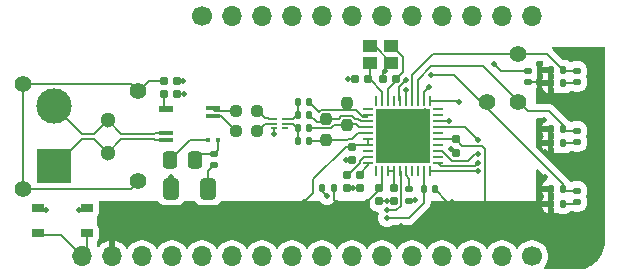
<source format=gbr>
%TF.GenerationSoftware,KiCad,Pcbnew,7.0.7*%
%TF.CreationDate,2023-08-17T11:34:17-04:00*%
%TF.ProjectId,adin1110-featherwing,6164696e-3131-4313-902d-666561746865,rev?*%
%TF.SameCoordinates,Original*%
%TF.FileFunction,Copper,L1,Top*%
%TF.FilePolarity,Positive*%
%FSLAX46Y46*%
G04 Gerber Fmt 4.6, Leading zero omitted, Abs format (unit mm)*
G04 Created by KiCad (PCBNEW 7.0.7) date 2023-08-17 11:34:17*
%MOMM*%
%LPD*%
G01*
G04 APERTURE LIST*
G04 Aperture macros list*
%AMRoundRect*
0 Rectangle with rounded corners*
0 $1 Rounding radius*
0 $2 $3 $4 $5 $6 $7 $8 $9 X,Y pos of 4 corners*
0 Add a 4 corners polygon primitive as box body*
4,1,4,$2,$3,$4,$5,$6,$7,$8,$9,$2,$3,0*
0 Add four circle primitives for the rounded corners*
1,1,$1+$1,$2,$3*
1,1,$1+$1,$4,$5*
1,1,$1+$1,$6,$7*
1,1,$1+$1,$8,$9*
0 Add four rect primitives between the rounded corners*
20,1,$1+$1,$2,$3,$4,$5,0*
20,1,$1+$1,$4,$5,$6,$7,0*
20,1,$1+$1,$6,$7,$8,$9,0*
20,1,$1+$1,$8,$9,$2,$3,0*%
G04 Aperture macros list end*
%TA.AperFunction,ComponentPad*%
%ADD10C,1.400000*%
%TD*%
%TA.AperFunction,SMDPad,CuDef*%
%ADD11RoundRect,0.155000X-0.212500X-0.155000X0.212500X-0.155000X0.212500X0.155000X-0.212500X0.155000X0*%
%TD*%
%TA.AperFunction,SMDPad,CuDef*%
%ADD12RoundRect,0.237500X0.250000X0.237500X-0.250000X0.237500X-0.250000X-0.237500X0.250000X-0.237500X0*%
%TD*%
%TA.AperFunction,ComponentPad*%
%ADD13R,3.000000X3.000000*%
%TD*%
%TA.AperFunction,ComponentPad*%
%ADD14C,3.000000*%
%TD*%
%TA.AperFunction,SMDPad,CuDef*%
%ADD15RoundRect,0.147500X0.147500X0.172500X-0.147500X0.172500X-0.147500X-0.172500X0.147500X-0.172500X0*%
%TD*%
%TA.AperFunction,SMDPad,CuDef*%
%ADD16RoundRect,0.250000X0.337500X0.475000X-0.337500X0.475000X-0.337500X-0.475000X0.337500X-0.475000X0*%
%TD*%
%TA.AperFunction,SMDPad,CuDef*%
%ADD17R,1.050000X0.650000*%
%TD*%
%TA.AperFunction,ComponentPad*%
%ADD18C,1.300000*%
%TD*%
%TA.AperFunction,SMDPad,CuDef*%
%ADD19RoundRect,0.147500X0.172500X-0.147500X0.172500X0.147500X-0.172500X0.147500X-0.172500X-0.147500X0*%
%TD*%
%TA.AperFunction,SMDPad,CuDef*%
%ADD20R,0.600000X0.200000*%
%TD*%
%TA.AperFunction,SMDPad,CuDef*%
%ADD21RoundRect,0.147500X-0.147500X-0.172500X0.147500X-0.172500X0.147500X0.172500X-0.147500X0.172500X0*%
%TD*%
%TA.AperFunction,SMDPad,CuDef*%
%ADD22RoundRect,0.147500X-0.172500X0.147500X-0.172500X-0.147500X0.172500X-0.147500X0.172500X0.147500X0*%
%TD*%
%TA.AperFunction,SMDPad,CuDef*%
%ADD23RoundRect,0.237500X-0.237500X0.250000X-0.237500X-0.250000X0.237500X-0.250000X0.237500X0.250000X0*%
%TD*%
%TA.AperFunction,SMDPad,CuDef*%
%ADD24R,1.150000X1.000000*%
%TD*%
%TA.AperFunction,SMDPad,CuDef*%
%ADD25R,1.200000X0.410000*%
%TD*%
%TA.AperFunction,SMDPad,CuDef*%
%ADD26R,0.420000X0.410000*%
%TD*%
%TA.AperFunction,SMDPad,CuDef*%
%ADD27R,0.400000X0.410000*%
%TD*%
%TA.AperFunction,SMDPad,CuDef*%
%ADD28R,1.200000X0.500000*%
%TD*%
%TA.AperFunction,SMDPad,CuDef*%
%ADD29RoundRect,0.155000X0.155000X-0.212500X0.155000X0.212500X-0.155000X0.212500X-0.155000X-0.212500X0*%
%TD*%
%TA.AperFunction,SMDPad,CuDef*%
%ADD30RoundRect,0.062500X-0.062500X0.350000X-0.062500X-0.350000X0.062500X-0.350000X0.062500X0.350000X0*%
%TD*%
%TA.AperFunction,SMDPad,CuDef*%
%ADD31RoundRect,0.062500X-0.350000X0.062500X-0.350000X-0.062500X0.350000X-0.062500X0.350000X0.062500X0*%
%TD*%
%TA.AperFunction,ComponentPad*%
%ADD32C,0.800000*%
%TD*%
%TA.AperFunction,SMDPad,CuDef*%
%ADD33R,4.600000X4.600000*%
%TD*%
%TA.AperFunction,SMDPad,CuDef*%
%ADD34RoundRect,0.155000X0.212500X0.155000X-0.212500X0.155000X-0.212500X-0.155000X0.212500X-0.155000X0*%
%TD*%
%TA.AperFunction,SMDPad,CuDef*%
%ADD35RoundRect,0.250000X-0.412500X-0.650000X0.412500X-0.650000X0.412500X0.650000X-0.412500X0.650000X0*%
%TD*%
%TA.AperFunction,ComponentPad*%
%ADD36C,1.700000*%
%TD*%
%TA.AperFunction,ComponentPad*%
%ADD37O,1.700000X1.700000*%
%TD*%
%TA.AperFunction,ViaPad*%
%ADD38C,0.508000*%
%TD*%
%TA.AperFunction,Conductor*%
%ADD39C,0.152400*%
%TD*%
%TA.AperFunction,Conductor*%
%ADD40C,0.203200*%
%TD*%
G04 APERTURE END LIST*
D10*
%TO.P,TP4,1,1*%
%TO.N,/LINK_ST*%
X175310800Y-85750400D03*
%TD*%
%TO.P,TP2,1,1*%
%TO.N,/LED_0*%
X175310800Y-89814400D03*
%TD*%
%TO.P,TP3,1,1*%
%TO.N,/LED_1*%
X172720000Y-89814400D03*
%TD*%
D11*
%TO.P,C5,1*%
%TO.N,GND*%
X161509900Y-87858600D03*
%TO.P,C5,2*%
%TO.N,/XTAL_O*%
X162644900Y-87858600D03*
%TD*%
D12*
%TO.P,C9,1*%
%TO.N,/Db+*%
X153287100Y-90551000D03*
%TO.P,C9,2*%
%TO.N,/Da+*%
X151462100Y-90551000D03*
%TD*%
D13*
%TO.P,J3,1*%
%TO.N,/D-*%
X136085000Y-95250000D03*
D14*
%TO.P,J3,2*%
%TO.N,/D+*%
X136085000Y-90170000D03*
%TD*%
D15*
%TO.P,R17,1*%
%TO.N,Net-(U5-A)*%
X179148600Y-88239600D03*
%TO.P,R17,2*%
%TO.N,VCC*%
X178178600Y-88239600D03*
%TD*%
D16*
%TO.P,C12,1*%
%TO.N,Net-(T1-OUT2A)*%
X147976500Y-94676600D03*
%TO.P,C12,2*%
%TO.N,Net-(T1-OUT1B)*%
X145901500Y-94676600D03*
%TD*%
D17*
%TO.P,SW2,1,1*%
%TO.N,/~{RST}*%
X138828600Y-100922400D03*
X134678600Y-100922400D03*
%TO.P,SW2,2,2*%
%TO.N,GND*%
X138828600Y-98772400D03*
X134703600Y-98772400D03*
%TD*%
D18*
%TO.P,J4,1*%
%TO.N,/D-*%
X140589000Y-94110000D03*
%TO.P,J4,2*%
%TO.N,/D+*%
X140589000Y-91310000D03*
D10*
%TO.P,J4,3*%
%TO.N,Net-(C14-Pad2)*%
X133439000Y-88260000D03*
X133439000Y-97160000D03*
X143189000Y-88910000D03*
X143189000Y-96510000D03*
%TD*%
D19*
%TO.P,U3,1,A*%
%TO.N,Net-(U3-A)*%
X180340000Y-93195000D03*
%TO.P,U3,2,K*%
%TO.N,/LED_0*%
X180340000Y-92225000D03*
%TD*%
%TO.P,R3,1*%
%TO.N,VCC*%
X166141400Y-98148000D03*
%TO.P,R3,2*%
%TO.N,/TEST1*%
X166141400Y-97178000D03*
%TD*%
%TO.P,U5,1,A*%
%TO.N,Net-(U5-A)*%
X180340000Y-88115000D03*
%TO.P,U5,2,K*%
%TO.N,/LINK_ST*%
X180340000Y-87145000D03*
%TD*%
D15*
%TO.P,R5,1*%
%TO.N,/RX-*%
X157660200Y-90881200D03*
%TO.P,R5,2*%
%TO.N,/Dc+*%
X156690200Y-90881200D03*
%TD*%
%TO.P,R9,1*%
%TO.N,Net-(U3-A)*%
X179148600Y-93318701D03*
%TO.P,R9,2*%
%TO.N,VCC*%
X178178600Y-93318701D03*
%TD*%
D19*
%TO.P,R21,1*%
%TO.N,VCC*%
X176149000Y-88140400D03*
%TO.P,R21,2*%
%TO.N,/~{RESET}*%
X176149000Y-87170400D03*
%TD*%
D20*
%TO.P,U2,1*%
%TO.N,/Db+*%
X154693600Y-91243600D03*
%TO.P,U2,2*%
%TO.N,/Db-*%
X154693600Y-91643600D03*
%TO.P,U2,3*%
%TO.N,GND*%
X154693600Y-92043600D03*
%TO.P,U2,4*%
%TO.N,unconnected-(U2-Pad4)*%
X155643600Y-92043600D03*
%TO.P,U2,5*%
%TO.N,/Dc-*%
X155643600Y-91643600D03*
%TO.P,U2,6*%
%TO.N,/Dc+*%
X155643600Y-91243600D03*
%TD*%
D21*
%TO.P,R11,1*%
%TO.N,VCC*%
X178178600Y-97179501D03*
%TO.P,R11,2*%
%TO.N,/LED_1*%
X179148600Y-97179501D03*
%TD*%
D12*
%TO.P,C10,1*%
%TO.N,/Db-*%
X153287100Y-92278200D03*
%TO.P,C10,2*%
%TO.N,/Da-*%
X151462100Y-92278200D03*
%TD*%
D22*
%TO.P,R12,1*%
%TO.N,Net-(T1-OUT2A)*%
X149580600Y-94178400D03*
%TO.P,R12,2*%
%TO.N,Net-(C13-Pad2)*%
X149580600Y-95148400D03*
%TD*%
D23*
%TO.P,R2,1*%
%TO.N,/RX-*%
X159105600Y-91238700D03*
%TO.P,R2,2*%
%TO.N,/TX+*%
X159105600Y-93063700D03*
%TD*%
D21*
%TO.P,R20,1*%
%TO.N,/~{CS}*%
X167358200Y-97205800D03*
%TO.P,R20,2*%
%TO.N,VCC*%
X168328200Y-97205800D03*
%TD*%
D24*
%TO.P,Y1,1,1*%
%TO.N,/XTAL_I*%
X164603400Y-85101200D03*
%TO.P,Y1,2,2*%
%TO.N,GND*%
X162853400Y-85101200D03*
%TO.P,Y1,3,3*%
%TO.N,/XTAL_O*%
X162853400Y-86501200D03*
%TO.P,Y1,4,4*%
%TO.N,GND*%
X164603400Y-86501200D03*
%TD*%
D25*
%TO.P,T1,1,IN+*%
%TO.N,/Da+*%
X149536600Y-90346400D03*
%TO.P,T1,2,IN-*%
%TO.N,/Da-*%
X149536600Y-90996400D03*
D26*
%TO.P,T1,3,OUT2A*%
%TO.N,Net-(T1-OUT2A)*%
X149926600Y-93046400D03*
D27*
%TO.P,T1,4,OUT1B*%
%TO.N,Net-(T1-OUT1B)*%
X149136600Y-93046400D03*
D28*
%TO.P,T1,5,PM*%
%TO.N,Net-(T1-PM)*%
X145536600Y-90391400D03*
D25*
%TO.P,T1,6,OUT1A*%
%TO.N,/D+*%
X145536600Y-92396400D03*
%TO.P,T1,7,OUT2B*%
%TO.N,/D-*%
X145536600Y-93046400D03*
%TD*%
D29*
%TO.P,C8,1*%
%TO.N,GND*%
X160858200Y-97112900D03*
%TO.P,C8,2*%
%TO.N,/CEXT_2*%
X160858200Y-95977900D03*
%TD*%
D21*
%TO.P,R7,1*%
%TO.N,/Dc-*%
X156690200Y-93116400D03*
%TO.P,R7,2*%
%TO.N,/TX+*%
X157660200Y-93116400D03*
%TD*%
D15*
%TO.P,R19,1*%
%TO.N,VCC*%
X159743000Y-97129600D03*
%TO.P,R19,2*%
%TO.N,/~{INT}*%
X158773000Y-97129600D03*
%TD*%
D30*
%TO.P,U1,1,SDI*%
%TO.N,/MOSI*%
X167860400Y-89747100D03*
%TO.P,U1,2,SDO*%
%TO.N,/MISO*%
X167360400Y-89747100D03*
%TO.P,U1,3,LED_0*%
%TO.N,/LED_0*%
X166860400Y-89747100D03*
%TO.P,U1,4,LINK_ST*%
%TO.N,/LINK_ST*%
X166360400Y-89747100D03*
%TO.P,U1,5,~{RST}*%
%TO.N,/~{RESET}*%
X165860400Y-89747100D03*
%TO.P,U1,6,LED_1*%
%TO.N,/LED_1*%
X165360400Y-89747100D03*
%TO.P,U1,7,CLK25_REF*%
%TO.N,unconnected-(U1-CLK25_REF-Pad7)*%
X164860400Y-89747100D03*
%TO.P,U1,8,XTAL_I/CLK_IN*%
%TO.N,/XTAL_I*%
X164360400Y-89747100D03*
%TO.P,U1,9,XTAL_O*%
%TO.N,/XTAL_O*%
X163860400Y-89747100D03*
%TO.P,U1,10*%
%TO.N,unconnected-(U1-Pad10)*%
X163360400Y-89747100D03*
D31*
%TO.P,U1,11*%
%TO.N,unconnected-(U1-Pad11)*%
X162672900Y-90434600D03*
%TO.P,U1,12,TXN*%
%TO.N,/TX-*%
X162672900Y-90934600D03*
%TO.P,U1,13,RXN*%
%TO.N,/RX-*%
X162672900Y-91434600D03*
%TO.P,U1,14,RXP*%
%TO.N,/RX+*%
X162672900Y-91934600D03*
%TO.P,U1,15,TXP*%
%TO.N,/TX+*%
X162672900Y-92434600D03*
%TO.P,U1,16,AVDD_H*%
%TO.N,VCC*%
X162672900Y-92934600D03*
%TO.P,U1,17,AVDD_H*%
X162672900Y-93434600D03*
%TO.P,U1,18*%
%TO.N,unconnected-(U1-Pad18)*%
X162672900Y-93934600D03*
%TO.P,U1,19,CEXT_2*%
%TO.N,/CEXT_2*%
X162672900Y-94434600D03*
%TO.P,U1,20,CEXT_3*%
%TO.N,/CEXT_3*%
X162672900Y-94934600D03*
D30*
%TO.P,U1,21*%
%TO.N,unconnected-(U1-Pad21)*%
X163360400Y-95622100D03*
%TO.P,U1,22,AVDD_L*%
%TO.N,VCC*%
X163860400Y-95622100D03*
%TO.P,U1,23,DLDO_1P1*%
%TO.N,/1V1*%
X164360400Y-95622100D03*
%TO.P,U1,24,DVDD_1P1*%
X164860400Y-95622100D03*
%TO.P,U1,25,~{INT}*%
%TO.N,/~{INT}*%
X165360400Y-95622100D03*
%TO.P,U1,26,TEST1*%
%TO.N,/TEST1*%
X165860400Y-95622100D03*
%TO.P,U1,27,TEST2*%
%TO.N,unconnected-(U1-TEST2-Pad27)*%
X166360400Y-95622100D03*
%TO.P,U1,28*%
%TO.N,unconnected-(U1-Pad28)*%
X166860400Y-95622100D03*
%TO.P,U1,29,~{CS}*%
%TO.N,/~{CS}*%
X167360400Y-95622100D03*
%TO.P,U1,30,TS_TIMER/MS_SEL*%
%TO.N,/MS_SEL*%
X167860400Y-95622100D03*
D31*
%TO.P,U1,31,~{TX2P4_EN}*%
%TO.N,/~{TX2P4_EN}*%
X168547900Y-94934600D03*
%TO.P,U1,32*%
%TO.N,unconnected-(U1-Pad32)*%
X168547900Y-94434600D03*
%TO.P,U1,33,~{SWPD_EN}*%
%TO.N,/~{SWPD_EN}*%
X168547900Y-93934600D03*
%TO.P,U1,34*%
%TO.N,unconnected-(U1-Pad34)*%
X168547900Y-93434600D03*
%TO.P,U1,35,VDDIO*%
%TO.N,VCC*%
X168547900Y-92934600D03*
%TO.P,U1,36*%
%TO.N,unconnected-(U1-Pad36)*%
X168547900Y-92434600D03*
%TO.P,U1,37,SPI_CFG1*%
%TO.N,/SPI_CFG1*%
X168547900Y-91934600D03*
%TO.P,U1,38,SCLK*%
%TO.N,/SCK*%
X168547900Y-91434600D03*
%TO.P,U1,39*%
%TO.N,unconnected-(U1-Pad39)*%
X168547900Y-90934600D03*
%TO.P,U1,40,TS_CAPT*%
%TO.N,unconnected-(U1-TS_CAPT-Pad40)*%
X168547900Y-90434600D03*
D32*
%TO.P,U1,41,GND/PAD*%
%TO.N,GND*%
X167500400Y-90774600D03*
X166400400Y-90794600D03*
X165060400Y-90804600D03*
X163750400Y-90824600D03*
X167490400Y-92007933D03*
X166400400Y-92027933D03*
X165060400Y-92037933D03*
X163750400Y-92057933D03*
D33*
X165610400Y-92684600D03*
D32*
X167490400Y-93241266D03*
X166400400Y-93261266D03*
X165060400Y-93271266D03*
X163750400Y-93291266D03*
X167490400Y-94474600D03*
X166400400Y-94494600D03*
X165060400Y-94504600D03*
X163750400Y-94524600D03*
%TD*%
D29*
%TO.P,C2,1*%
%TO.N,GND*%
X170053000Y-94107000D03*
%TO.P,C2,2*%
%TO.N,VCC*%
X170053000Y-92972000D03*
%TD*%
%TO.P,C1,1*%
%TO.N,GND*%
X161264600Y-94725300D03*
%TO.P,C1,2*%
%TO.N,VCC*%
X161264600Y-93590300D03*
%TD*%
D11*
%TO.P,C4,1*%
%TO.N,GND*%
X163897500Y-87858600D03*
%TO.P,C4,2*%
%TO.N,/XTAL_I*%
X165032500Y-87858600D03*
%TD*%
D34*
%TO.P,C11,1*%
%TO.N,GND*%
X146490500Y-89154000D03*
%TO.P,C11,2*%
%TO.N,Net-(T1-PM)*%
X145355500Y-89154000D03*
%TD*%
D19*
%TO.P,U4,1,A*%
%TO.N,Net-(U4-A)*%
X180340000Y-98275000D03*
%TO.P,U4,2,K*%
%TO.N,/LED_1*%
X180340000Y-97305000D03*
%TD*%
D35*
%TO.P,C13,1*%
%TO.N,GND*%
X145986100Y-97155000D03*
%TO.P,C13,2*%
%TO.N,Net-(C13-Pad2)*%
X149111100Y-97155000D03*
%TD*%
D29*
%TO.P,C6,1*%
%TO.N,GND*%
X164871400Y-98205100D03*
%TO.P,C6,2*%
%TO.N,/1V1*%
X164871400Y-97070100D03*
%TD*%
D36*
%TO.P,J2,1*%
%TO.N,VBAT*%
X148590000Y-82550000D03*
D37*
%TO.P,J2,2*%
%TO.N,/~{EN}*%
X151130000Y-82550000D03*
%TO.P,J2,3*%
%TO.N,VUSB*%
X153670000Y-82550000D03*
%TO.P,J2,4*%
%TO.N,/D13*%
X156210000Y-82550000D03*
%TO.P,J2,5*%
%TO.N,/D12*%
X158750000Y-82550000D03*
%TO.P,J2,6*%
%TO.N,/D11*%
X161290000Y-82550000D03*
%TO.P,J2,7*%
%TO.N,/D10*%
X163830000Y-82550000D03*
%TO.P,J2,8*%
%TO.N,/D9*%
X166370000Y-82550000D03*
%TO.P,J2,9*%
%TO.N,/D6*%
X168910000Y-82550000D03*
%TO.P,J2,10*%
%TO.N,/~{RST}_DEF*%
X171450000Y-82550000D03*
%TO.P,J2,11*%
%TO.N,/SCL*%
X173990000Y-82550000D03*
%TO.P,J2,12*%
%TO.N,/SDA*%
X176530000Y-82550000D03*
%TD*%
D23*
%TO.P,R1,1*%
%TO.N,/TX-*%
X160832800Y-89917900D03*
%TO.P,R1,2*%
%TO.N,/RX+*%
X160832800Y-91742900D03*
%TD*%
D21*
%TO.P,R8,1*%
%TO.N,VCC*%
X178178600Y-92099501D03*
%TO.P,R8,2*%
%TO.N,/LED_0*%
X179148600Y-92099501D03*
%TD*%
D29*
%TO.P,C3,1*%
%TO.N,GND*%
X163601400Y-98205100D03*
%TO.P,C3,2*%
%TO.N,VCC*%
X163601400Y-97070100D03*
%TD*%
D15*
%TO.P,R6,1*%
%TO.N,/RX+*%
X157660200Y-91998800D03*
%TO.P,R6,2*%
%TO.N,/Dc-*%
X156690200Y-91998800D03*
%TD*%
D36*
%TO.P,J1,1*%
%TO.N,/USER*%
X176530000Y-102870000D03*
D37*
%TO.P,J1,2*%
%TO.N,/TX*%
X173990000Y-102870000D03*
%TO.P,J1,3*%
%TO.N,/RX*%
X171450000Y-102870000D03*
%TO.P,J1,4*%
%TO.N,/MISO*%
X168910000Y-102870000D03*
%TO.P,J1,5*%
%TO.N,/MOSI*%
X166370000Y-102870000D03*
%TO.P,J1,6*%
%TO.N,/SCK*%
X163830000Y-102870000D03*
%TO.P,J1,7*%
%TO.N,/~{CS}_DEF*%
X161290000Y-102870000D03*
%TO.P,J1,8*%
%TO.N,/~{INT}_DEF*%
X158750000Y-102870000D03*
%TO.P,J1,9*%
%TO.N,/A3*%
X156210000Y-102870000D03*
%TO.P,J1,10*%
%TO.N,/A2*%
X153670000Y-102870000D03*
%TO.P,J1,11*%
%TO.N,/A1*%
X151130000Y-102870000D03*
%TO.P,J1,12*%
%TO.N,/A0*%
X148590000Y-102870000D03*
%TO.P,J1,13*%
%TO.N,GND*%
X146050000Y-102870000D03*
%TO.P,J1,14*%
%TO.N,/VREF*%
X143510000Y-102870000D03*
%TO.P,J1,15*%
%TO.N,VCC*%
X140970000Y-102870000D03*
%TO.P,J1,16*%
%TO.N,/~{RST}*%
X138430000Y-102870000D03*
%TD*%
D15*
%TO.P,R14,1*%
%TO.N,Net-(U4-A)*%
X179148600Y-98449501D03*
%TO.P,R14,2*%
%TO.N,VCC*%
X178178600Y-98449501D03*
%TD*%
D34*
%TO.P,C14,1*%
%TO.N,GND*%
X146490500Y-88011000D03*
%TO.P,C14,2*%
%TO.N,Net-(C14-Pad2)*%
X145355500Y-88011000D03*
%TD*%
D29*
%TO.P,C7,1*%
%TO.N,GND*%
X161925000Y-97112900D03*
%TO.P,C7,2*%
%TO.N,/CEXT_3*%
X161925000Y-95977900D03*
%TD*%
D21*
%TO.P,R4,1*%
%TO.N,/Dc+*%
X156690200Y-89814400D03*
%TO.P,R4,2*%
%TO.N,/TX-*%
X157660200Y-89814400D03*
%TD*%
%TO.P,R15,1*%
%TO.N,VCC*%
X178178600Y-87071200D03*
%TO.P,R15,2*%
%TO.N,/LINK_ST*%
X179148600Y-87071200D03*
%TD*%
D38*
%TO.N,GND*%
X160959800Y-87858600D03*
X135356600Y-98983800D03*
X169646600Y-93751400D03*
X164058600Y-87223600D03*
X146989800Y-88011000D03*
X161391600Y-97078800D03*
X147040600Y-89154000D03*
X164236400Y-98171000D03*
X145948400Y-96164400D03*
X160756600Y-94716600D03*
X138150600Y-98958400D03*
X154711400Y-92481400D03*
%TO.N,VCC*%
X157200600Y-98298000D03*
X177622200Y-98450400D03*
X169722800Y-98247200D03*
X160045400Y-98374200D03*
X177520600Y-91338400D03*
X166624000Y-98145600D03*
X177622200Y-96189800D03*
X162585400Y-98272600D03*
X177647600Y-94005400D03*
X165430200Y-100330000D03*
X172567600Y-98348800D03*
%TO.N,/MISO*%
X167817800Y-88518500D03*
%TO.N,/MOSI*%
X170383200Y-89789000D03*
%TO.N,/SCK*%
X169519600Y-91440000D03*
%TO.N,/~{INT}*%
X164261800Y-98933000D03*
X159181800Y-97739200D03*
%TO.N,/~{CS}*%
X164236400Y-99618800D03*
%TO.N,/~{TX2P4_EN}*%
X171983400Y-94970600D03*
%TO.N,/SPI_CFG1*%
X171983400Y-93040200D03*
%TO.N,/~{SWPD_EN}*%
X171983400Y-94234000D03*
%TO.N,/MS_SEL*%
X171983400Y-95681800D03*
%TO.N,/LED_1*%
X165836600Y-87960200D03*
X167995600Y-87528400D03*
%TO.N,/~{RESET}*%
X173304200Y-86563200D03*
X165836600Y-88823800D03*
%TD*%
D39*
%TO.N,GND*%
X164058600Y-87046000D02*
X164603400Y-86501200D01*
X164058600Y-87223600D02*
X164058600Y-87046000D01*
X163203400Y-85101200D02*
X164603400Y-86501200D01*
X162853400Y-85101200D02*
X163203400Y-85101200D01*
X154711400Y-92481400D02*
X154711400Y-92061400D01*
X163601400Y-98205100D02*
X164871400Y-98205100D01*
X163897500Y-87858600D02*
X163897500Y-87384700D01*
X154711400Y-92061400D02*
X154693600Y-92043600D01*
X163897500Y-87384700D02*
X164058600Y-87223600D01*
%TO.N,VCC*%
X163601400Y-97070100D02*
X163601400Y-97256600D01*
X159743000Y-97129600D02*
X159743000Y-98071800D01*
X176149000Y-88140400D02*
X178079400Y-88140400D01*
X161420300Y-93434600D02*
X162672900Y-93434600D01*
X163601400Y-97070100D02*
X163860400Y-96811100D01*
X157988000Y-97510600D02*
X157200600Y-98298000D01*
X168547900Y-92934600D02*
X170014900Y-92934600D01*
X169369600Y-98247200D02*
X169722800Y-98247200D01*
X157988000Y-96342200D02*
X157988000Y-97510600D01*
X162672900Y-92934600D02*
X162672900Y-93434600D01*
X170603800Y-93522800D02*
X172313600Y-93522800D01*
X170053000Y-92972000D02*
X170603800Y-93522800D01*
X168328200Y-97205800D02*
X169369600Y-98247200D01*
X163860400Y-96811100D02*
X163860400Y-95622100D01*
X163601400Y-97256600D02*
X162585400Y-98272600D01*
X159743000Y-98071800D02*
X160045400Y-98374200D01*
X172567600Y-93776800D02*
X172567600Y-98348800D01*
X160149400Y-98270200D02*
X160045400Y-98374200D01*
X170014900Y-92934600D02*
X170018900Y-92938600D01*
X160739900Y-93590300D02*
X157988000Y-96342200D01*
X161264600Y-93590300D02*
X161420300Y-93434600D01*
X178079400Y-88140400D02*
X178178600Y-88239600D01*
X161264600Y-93590300D02*
X160739900Y-93590300D01*
X172313600Y-93522800D02*
X172567600Y-93776800D01*
%TO.N,/1V1*%
X164871400Y-97070100D02*
X164871400Y-95633100D01*
X164871400Y-95633100D02*
X164860400Y-95622100D01*
X164360400Y-95622100D02*
X164860400Y-95622100D01*
%TO.N,/MISO*%
X167817800Y-88518500D02*
X167360400Y-88975900D01*
X167360400Y-88975900D02*
X167360400Y-89747100D01*
%TO.N,/MOSI*%
X170383200Y-89789000D02*
X170341300Y-89747100D01*
X170341300Y-89747100D02*
X167860400Y-89747100D01*
%TO.N,/SCK*%
X169514200Y-91434600D02*
X168547900Y-91434600D01*
X169519600Y-91440000D02*
X169514200Y-91434600D01*
%TO.N,/~{RST}*%
X136660200Y-101100200D02*
X138430000Y-102870000D01*
X138828600Y-102471400D02*
X138430000Y-102870000D01*
X134678600Y-101100200D02*
X136660200Y-101100200D01*
X138828600Y-101100200D02*
X138828600Y-102471400D01*
%TO.N,Net-(T1-PM)*%
X145355500Y-89154000D02*
X145355500Y-90210300D01*
X145355500Y-90210300D02*
X145536600Y-90391400D01*
%TO.N,Net-(T1-OUT2A)*%
X149580600Y-94178400D02*
X149926600Y-93832400D01*
X148474700Y-94178400D02*
X147976500Y-94676600D01*
X149580600Y-94178400D02*
X148474700Y-94178400D01*
X149926600Y-93832400D02*
X149926600Y-93046400D01*
%TO.N,Net-(T1-OUT1B)*%
X145901500Y-94676600D02*
X147531700Y-93046400D01*
X147531700Y-93046400D02*
X149136600Y-93046400D01*
%TO.N,Net-(C13-Pad2)*%
X149111100Y-95617900D02*
X149580600Y-95148400D01*
X149111100Y-97155000D02*
X149111100Y-95617900D01*
%TO.N,/~{INT}*%
X158773000Y-97129600D02*
X158773000Y-97330400D01*
X158773000Y-97330400D02*
X159181800Y-97739200D01*
X165410000Y-95671700D02*
X165360400Y-95622100D01*
X164261800Y-98933000D02*
X165053492Y-98933000D01*
X165410000Y-98576492D02*
X165410000Y-95671700D01*
X165053492Y-98933000D02*
X165410000Y-98576492D01*
%TO.N,/~{CS}*%
X164236400Y-99618800D02*
X166090600Y-99618800D01*
X167360400Y-98349000D02*
X167360400Y-95622100D01*
X166090600Y-99618800D02*
X167360400Y-98349000D01*
%TO.N,/~{TX2P4_EN}*%
X171704000Y-95250000D02*
X171983400Y-94970600D01*
X168863300Y-95250000D02*
X171704000Y-95250000D01*
X168547900Y-94934600D02*
X168863300Y-95250000D01*
%TO.N,/SPI_CFG1*%
X170877800Y-91934600D02*
X168547900Y-91934600D01*
X171983400Y-93040200D02*
X170877800Y-91934600D01*
%TO.N,/~{SWPD_EN}*%
X169773600Y-94843600D02*
X171119800Y-94843600D01*
X168547900Y-93934600D02*
X168890000Y-93934600D01*
X168890000Y-93934600D02*
X169773600Y-94818200D01*
X171119800Y-94843600D02*
X171729400Y-94234000D01*
X171729400Y-94234000D02*
X171983400Y-94234000D01*
X169773600Y-94818200D02*
X169773600Y-94843600D01*
%TO.N,/MS_SEL*%
X171983400Y-95681800D02*
X167920100Y-95681800D01*
X167920100Y-95681800D02*
X167860400Y-95622100D01*
%TO.N,/LED_0*%
X179274099Y-92225000D02*
X179148600Y-92099501D01*
X166860400Y-87901600D02*
X166860400Y-89747100D01*
X176149000Y-90576400D02*
X172339000Y-86766400D01*
X177977800Y-90576400D02*
X176149000Y-90576400D01*
X180340000Y-92225000D02*
X179274099Y-92225000D01*
X179148600Y-91747200D02*
X177977800Y-90576400D01*
X172339000Y-86766400D02*
X167995600Y-86766400D01*
X167995600Y-86766400D02*
X166860400Y-87901600D01*
X179148600Y-92099501D02*
X179148600Y-91747200D01*
%TO.N,Net-(U3-A)*%
X180216299Y-93318701D02*
X180340000Y-93195000D01*
X179148600Y-93318701D02*
X180216299Y-93318701D01*
%TO.N,/LED_1*%
X179148600Y-96751000D02*
X176758600Y-94361000D01*
X165252400Y-88544400D02*
X165252400Y-89639100D01*
X179274099Y-97305000D02*
X179148600Y-97179501D01*
X180340000Y-97305000D02*
X179274099Y-97305000D01*
X165836600Y-87960200D02*
X165836600Y-87964492D01*
X169926000Y-87528400D02*
X167995600Y-87528400D01*
X165328600Y-88468200D02*
X165252400Y-88544400D01*
X176758600Y-94361000D02*
X169926000Y-87528400D01*
X179148600Y-97179501D02*
X179148600Y-96751000D01*
X165836600Y-87964492D02*
X165332892Y-88468200D01*
X165252400Y-89639100D02*
X165360400Y-89747100D01*
X165332892Y-88468200D02*
X165328600Y-88468200D01*
%TO.N,Net-(U4-A)*%
X180165499Y-98449501D02*
X180340000Y-98275000D01*
X179148600Y-98449501D02*
X180165499Y-98449501D01*
%TO.N,/LINK_ST*%
X166360400Y-89747100D02*
X166360400Y-87538000D01*
X180340000Y-87145000D02*
X179222400Y-87145000D01*
X168148000Y-85750400D02*
X177827800Y-85750400D01*
X177827800Y-85750400D02*
X179148600Y-87071200D01*
X179222400Y-87145000D02*
X179148600Y-87071200D01*
X166360400Y-87538000D02*
X168148000Y-85750400D01*
%TO.N,Net-(U5-A)*%
X179148600Y-88239600D02*
X180215400Y-88239600D01*
X180215400Y-88239600D02*
X180340000Y-88115000D01*
D40*
%TO.N,/D-*%
X139417601Y-92938601D02*
X140589000Y-94110000D01*
X141760400Y-92938600D02*
X143967200Y-92938600D01*
X143967200Y-92938600D02*
X143978600Y-92950000D01*
X143978600Y-92950000D02*
X144540199Y-92950000D01*
X138396399Y-92938601D02*
X139417601Y-92938601D01*
X140589000Y-94110000D02*
X141760400Y-92938600D01*
X136085000Y-95250000D02*
X138396399Y-92938601D01*
X144540199Y-92950000D02*
X144636599Y-93046400D01*
X144636599Y-93046400D02*
X145536600Y-93046400D01*
%TO.N,/D+*%
X144153561Y-92492800D02*
X144540199Y-92492800D01*
X144636599Y-92396400D02*
X145536600Y-92396400D01*
X144142161Y-92481400D02*
X144153561Y-92492800D01*
X141760400Y-92481400D02*
X144142161Y-92481400D01*
X139417601Y-92481399D02*
X140589000Y-91310000D01*
X136085000Y-90170000D02*
X138396399Y-92481399D01*
X138396399Y-92481399D02*
X139417601Y-92481399D01*
X144540199Y-92492800D02*
X144636599Y-92396400D01*
X140589000Y-91310000D02*
X141760400Y-92481400D01*
D39*
%TO.N,/CEXT_3*%
X162672900Y-95179200D02*
X161925000Y-95927100D01*
X162672900Y-94934600D02*
X162672900Y-95179200D01*
%TO.N,/CEXT_2*%
X161925000Y-94792800D02*
X162283200Y-94434600D01*
X161925000Y-94974892D02*
X161925000Y-94792800D01*
X162283200Y-94434600D02*
X162672900Y-94434600D01*
X160858200Y-95977900D02*
X160917700Y-95977900D01*
X161522892Y-95377000D02*
X161925000Y-94974892D01*
X160917700Y-95977900D02*
X161518600Y-95377000D01*
X161518600Y-95377000D02*
X161522892Y-95377000D01*
%TO.N,/TEST1*%
X166141400Y-96291400D02*
X165860400Y-96010400D01*
X165860400Y-96010400D02*
X165860400Y-95622100D01*
X166141400Y-97178000D02*
X166141400Y-96291400D01*
%TO.N,/XTAL_I*%
X165032500Y-88053100D02*
X164360400Y-88725200D01*
X165582600Y-85979000D02*
X165582600Y-87308500D01*
X165032500Y-87858600D02*
X165032500Y-88053100D01*
X165582600Y-87308500D02*
X165032500Y-87858600D01*
X164603400Y-85228200D02*
X164831800Y-85228200D01*
X164831800Y-85228200D02*
X165582600Y-85979000D01*
X164360400Y-88725200D02*
X164360400Y-89747100D01*
%TO.N,/XTAL_O*%
X162853400Y-87650100D02*
X162644900Y-87858600D01*
X162644900Y-87858600D02*
X162788600Y-87858600D01*
X163860400Y-88930400D02*
X163860400Y-89747100D01*
X162853400Y-86628200D02*
X162853400Y-87650100D01*
X162788600Y-87858600D02*
X163860400Y-88930400D01*
%TO.N,Net-(C14-Pad2)*%
X143189000Y-88910000D02*
X144088000Y-88011000D01*
X133439000Y-97160000D02*
X133439000Y-88260000D01*
X142539000Y-88260000D02*
X143189000Y-88910000D01*
X133439000Y-97160000D02*
X142539000Y-97160000D01*
X133439000Y-88260000D02*
X142539000Y-88260000D01*
X144088000Y-88011000D02*
X145355500Y-88011000D01*
X142539000Y-97160000D02*
X143189000Y-96510000D01*
D40*
%TO.N,/Db+*%
X153287100Y-90551000D02*
X153299600Y-90551000D01*
X153934600Y-91186000D02*
X154204953Y-91186000D01*
X153299600Y-90551000D02*
X153934600Y-91186000D01*
X154233952Y-91214999D02*
X154664999Y-91214999D01*
X154204953Y-91186000D02*
X154233952Y-91214999D01*
X154664999Y-91214999D02*
X154693600Y-91243600D01*
%TO.N,/Da+*%
X149727600Y-90537400D02*
X151436000Y-90537400D01*
X149536600Y-90346400D02*
X149727600Y-90537400D01*
X151449600Y-90551000D02*
X151462100Y-90551000D01*
X151436000Y-90537400D02*
X151449600Y-90551000D01*
%TO.N,/Db-*%
X154664999Y-91672201D02*
X154693600Y-91643600D01*
X154058993Y-91672201D02*
X154664999Y-91672201D01*
X153934600Y-91643200D02*
X154029992Y-91643200D01*
X154029992Y-91643200D02*
X154058993Y-91672201D01*
X153287100Y-92278200D02*
X153299600Y-92278200D01*
X153299600Y-92278200D02*
X153934600Y-91643200D01*
%TO.N,/Da-*%
X149536600Y-90996400D02*
X150167800Y-90996400D01*
X151449600Y-92278200D02*
X151462100Y-92278200D01*
X150167800Y-90996400D02*
X151449600Y-92278200D01*
%TO.N,/TX-*%
X162551900Y-91055600D02*
X162672900Y-90934600D01*
X161633401Y-90497200D02*
X162191801Y-91055600D01*
X162191801Y-91055600D02*
X162551900Y-91055600D01*
X157660200Y-89814400D02*
X158503757Y-90657957D01*
X158664514Y-90497200D02*
X161633401Y-90497200D01*
X158503757Y-90657957D02*
X158664514Y-90497200D01*
%TO.N,/RX+*%
X162364000Y-91913200D02*
X162385400Y-91934600D01*
X160832800Y-91742900D02*
X160879800Y-91695900D01*
X162385400Y-91934600D02*
X162672900Y-91934600D01*
X161855964Y-91913200D02*
X162364000Y-91913200D01*
X159546686Y-91980200D02*
X159783986Y-91742900D01*
X159783986Y-91742900D02*
X160832800Y-91742900D01*
X161638664Y-91695900D02*
X161855964Y-91913200D01*
X157660200Y-91998800D02*
X159172990Y-91998800D01*
X159191590Y-91980200D02*
X159546686Y-91980200D01*
X160879800Y-91695900D02*
X161638664Y-91695900D01*
X159172990Y-91998800D02*
X159191590Y-91980200D01*
%TO.N,/RX-*%
X162364000Y-91456000D02*
X162385400Y-91434600D01*
X157660200Y-90881200D02*
X158320600Y-91541600D01*
X158983610Y-91541600D02*
X159105600Y-91419610D01*
X162385400Y-91434600D02*
X162672900Y-91434600D01*
X161828044Y-91238700D02*
X162045344Y-91456000D01*
X159105600Y-91238700D02*
X160154414Y-91238700D01*
X159105600Y-91419610D02*
X159105600Y-91238700D01*
X162045344Y-91456000D02*
X162364000Y-91456000D01*
X160391714Y-91001400D02*
X161273886Y-91001400D01*
X158320600Y-91541600D02*
X158983610Y-91541600D01*
X160154414Y-91238700D02*
X160391714Y-91001400D01*
X161273886Y-91001400D02*
X161511186Y-91238700D01*
X161511186Y-91238700D02*
X161828044Y-91238700D01*
%TO.N,/TX+*%
X160940187Y-92968800D02*
X161285279Y-92968800D01*
X160845287Y-93063700D02*
X160940187Y-92968800D01*
X161285279Y-92968800D02*
X161819479Y-92434600D01*
D39*
X159052900Y-93116400D02*
X159105600Y-93063700D01*
X157660200Y-93116400D02*
X159052900Y-93116400D01*
D40*
X161819479Y-92434600D02*
X162672900Y-92434600D01*
X159105600Y-93063700D02*
X160845287Y-93063700D01*
%TO.N,/Dc+*%
X156048515Y-91214999D02*
X155672201Y-91214999D01*
X156335000Y-91211400D02*
X156052114Y-91211400D01*
X156690200Y-90881200D02*
X156665200Y-90881200D01*
X155672201Y-91214999D02*
X155643600Y-91243600D01*
X156052114Y-91211400D02*
X156048515Y-91214999D01*
X156665200Y-90881200D02*
X156335000Y-91211400D01*
X156690200Y-89814400D02*
X156690200Y-90881200D01*
%TO.N,/Dc-*%
X156223474Y-91672201D02*
X155672201Y-91672201D01*
X156227075Y-91668600D02*
X156223474Y-91672201D01*
X156335000Y-91668600D02*
X156227075Y-91668600D01*
X156665200Y-91998800D02*
X156335000Y-91668600D01*
X155672201Y-91672201D02*
X155643600Y-91643600D01*
X156690200Y-91998800D02*
X156690200Y-93116400D01*
X156690200Y-91998800D02*
X156665200Y-91998800D01*
D39*
%TO.N,/~{RESET}*%
X165836600Y-89723300D02*
X165860400Y-89747100D01*
X173911400Y-87170400D02*
X173304200Y-86563200D01*
X176149000Y-87170400D02*
X173911400Y-87170400D01*
X165836600Y-88823800D02*
X165836600Y-89723300D01*
%TD*%
%TA.AperFunction,Conductor*%
%TO.N,VCC*%
G36*
X182669221Y-85135402D02*
G01*
X182715714Y-85189058D01*
X182727100Y-85241400D01*
X182727100Y-101598114D01*
X182726985Y-101601919D01*
X182709926Y-101883926D01*
X182709008Y-101891485D01*
X182658424Y-102167517D01*
X182656601Y-102174911D01*
X182573111Y-102442839D01*
X182570411Y-102449959D01*
X182455239Y-102705861D01*
X182451700Y-102712603D01*
X182306517Y-102952766D01*
X182302191Y-102959032D01*
X182129122Y-103179940D01*
X182124073Y-103185639D01*
X181925639Y-103384073D01*
X181919940Y-103389122D01*
X181699032Y-103562191D01*
X181692766Y-103566517D01*
X181452603Y-103711700D01*
X181445861Y-103715239D01*
X181189959Y-103830411D01*
X181182839Y-103833111D01*
X180914911Y-103916601D01*
X180907517Y-103918424D01*
X180631485Y-103969008D01*
X180623926Y-103969926D01*
X180410015Y-103982865D01*
X180341900Y-103986985D01*
X180338099Y-103987100D01*
X177635369Y-103987100D01*
X177567248Y-103967098D01*
X177520755Y-103913442D01*
X177510651Y-103843168D01*
X177540145Y-103778588D01*
X177542669Y-103775762D01*
X177605714Y-103707277D01*
X177605724Y-103707265D01*
X177668549Y-103611104D01*
X177728860Y-103518791D01*
X177819296Y-103312616D01*
X177874564Y-103094368D01*
X177893156Y-102870000D01*
X177874564Y-102645632D01*
X177819296Y-102427384D01*
X177728860Y-102221209D01*
X177711597Y-102194786D01*
X177605724Y-102032734D01*
X177605720Y-102032729D01*
X177453584Y-101867468D01*
X177453240Y-101867094D01*
X177453239Y-101867093D01*
X177453237Y-101867091D01*
X177371382Y-101803381D01*
X177275576Y-101728811D01*
X177077574Y-101621658D01*
X177077572Y-101621657D01*
X177077571Y-101621656D01*
X176864639Y-101548557D01*
X176864630Y-101548555D01*
X176787029Y-101535606D01*
X176642569Y-101511500D01*
X176417431Y-101511500D01*
X176272971Y-101535606D01*
X176195369Y-101548555D01*
X176195360Y-101548557D01*
X175982428Y-101621656D01*
X175982426Y-101621658D01*
X175784426Y-101728810D01*
X175784424Y-101728811D01*
X175606762Y-101867091D01*
X175454279Y-102032729D01*
X175365483Y-102168643D01*
X175311479Y-102214731D01*
X175241131Y-102224306D01*
X175176774Y-102194329D01*
X175154517Y-102168643D01*
X175065720Y-102032729D01*
X174913584Y-101867468D01*
X174913240Y-101867094D01*
X174913239Y-101867093D01*
X174913237Y-101867091D01*
X174831382Y-101803381D01*
X174735576Y-101728811D01*
X174537574Y-101621658D01*
X174537572Y-101621657D01*
X174537571Y-101621656D01*
X174324639Y-101548557D01*
X174324630Y-101548555D01*
X174247029Y-101535606D01*
X174102569Y-101511500D01*
X173877431Y-101511500D01*
X173732971Y-101535606D01*
X173655369Y-101548555D01*
X173655360Y-101548557D01*
X173442428Y-101621656D01*
X173442426Y-101621658D01*
X173244426Y-101728810D01*
X173244424Y-101728811D01*
X173066762Y-101867091D01*
X172914279Y-102032729D01*
X172825483Y-102168643D01*
X172771479Y-102214731D01*
X172701131Y-102224306D01*
X172636774Y-102194329D01*
X172614517Y-102168643D01*
X172525720Y-102032729D01*
X172373584Y-101867468D01*
X172373240Y-101867094D01*
X172373239Y-101867093D01*
X172373237Y-101867091D01*
X172291382Y-101803381D01*
X172195576Y-101728811D01*
X171997574Y-101621658D01*
X171997572Y-101621657D01*
X171997571Y-101621656D01*
X171784639Y-101548557D01*
X171784630Y-101548555D01*
X171707029Y-101535606D01*
X171562569Y-101511500D01*
X171337431Y-101511500D01*
X171192971Y-101535606D01*
X171115369Y-101548555D01*
X171115360Y-101548557D01*
X170902428Y-101621656D01*
X170902426Y-101621658D01*
X170704426Y-101728810D01*
X170704424Y-101728811D01*
X170526762Y-101867091D01*
X170374279Y-102032729D01*
X170285483Y-102168643D01*
X170231479Y-102214731D01*
X170161131Y-102224306D01*
X170096774Y-102194329D01*
X170074517Y-102168643D01*
X169985720Y-102032729D01*
X169833584Y-101867468D01*
X169833240Y-101867094D01*
X169833239Y-101867093D01*
X169833237Y-101867091D01*
X169751382Y-101803381D01*
X169655576Y-101728811D01*
X169457574Y-101621658D01*
X169457572Y-101621657D01*
X169457571Y-101621656D01*
X169244639Y-101548557D01*
X169244630Y-101548555D01*
X169167029Y-101535606D01*
X169022569Y-101511500D01*
X168797431Y-101511500D01*
X168652971Y-101535606D01*
X168575369Y-101548555D01*
X168575360Y-101548557D01*
X168362428Y-101621656D01*
X168362426Y-101621658D01*
X168164426Y-101728810D01*
X168164424Y-101728811D01*
X167986762Y-101867091D01*
X167834279Y-102032729D01*
X167745483Y-102168643D01*
X167691479Y-102214731D01*
X167621131Y-102224306D01*
X167556774Y-102194329D01*
X167534517Y-102168643D01*
X167445720Y-102032729D01*
X167293584Y-101867468D01*
X167293240Y-101867094D01*
X167293239Y-101867093D01*
X167293237Y-101867091D01*
X167211382Y-101803381D01*
X167115576Y-101728811D01*
X166917574Y-101621658D01*
X166917572Y-101621657D01*
X166917571Y-101621656D01*
X166704639Y-101548557D01*
X166704630Y-101548555D01*
X166627029Y-101535606D01*
X166482569Y-101511500D01*
X166257431Y-101511500D01*
X166112971Y-101535606D01*
X166035369Y-101548555D01*
X166035360Y-101548557D01*
X165822428Y-101621656D01*
X165822426Y-101621658D01*
X165624426Y-101728810D01*
X165624424Y-101728811D01*
X165446762Y-101867091D01*
X165294279Y-102032729D01*
X165205483Y-102168643D01*
X165151479Y-102214731D01*
X165081131Y-102224306D01*
X165016774Y-102194329D01*
X164994517Y-102168643D01*
X164905720Y-102032729D01*
X164753584Y-101867468D01*
X164753240Y-101867094D01*
X164753239Y-101867093D01*
X164753237Y-101867091D01*
X164671382Y-101803381D01*
X164575576Y-101728811D01*
X164377574Y-101621658D01*
X164377572Y-101621657D01*
X164377571Y-101621656D01*
X164164639Y-101548557D01*
X164164630Y-101548555D01*
X164087029Y-101535606D01*
X163942569Y-101511500D01*
X163717431Y-101511500D01*
X163572971Y-101535606D01*
X163495369Y-101548555D01*
X163495360Y-101548557D01*
X163282428Y-101621656D01*
X163282426Y-101621658D01*
X163084426Y-101728810D01*
X163084424Y-101728811D01*
X162906762Y-101867091D01*
X162754279Y-102032729D01*
X162665483Y-102168643D01*
X162611479Y-102214731D01*
X162541131Y-102224306D01*
X162476774Y-102194329D01*
X162454517Y-102168643D01*
X162365720Y-102032729D01*
X162213584Y-101867468D01*
X162213240Y-101867094D01*
X162213239Y-101867093D01*
X162213237Y-101867091D01*
X162131382Y-101803381D01*
X162035576Y-101728811D01*
X161837574Y-101621658D01*
X161837572Y-101621657D01*
X161837571Y-101621656D01*
X161624639Y-101548557D01*
X161624630Y-101548555D01*
X161547029Y-101535606D01*
X161402569Y-101511500D01*
X161177431Y-101511500D01*
X161032971Y-101535606D01*
X160955369Y-101548555D01*
X160955360Y-101548557D01*
X160742428Y-101621656D01*
X160742426Y-101621658D01*
X160544426Y-101728810D01*
X160544424Y-101728811D01*
X160366762Y-101867091D01*
X160214279Y-102032729D01*
X160125483Y-102168643D01*
X160071479Y-102214731D01*
X160001131Y-102224306D01*
X159936774Y-102194329D01*
X159914517Y-102168643D01*
X159825720Y-102032729D01*
X159673584Y-101867468D01*
X159673240Y-101867094D01*
X159673239Y-101867093D01*
X159673237Y-101867091D01*
X159591382Y-101803381D01*
X159495576Y-101728811D01*
X159297574Y-101621658D01*
X159297572Y-101621657D01*
X159297571Y-101621656D01*
X159084639Y-101548557D01*
X159084630Y-101548555D01*
X159007029Y-101535606D01*
X158862569Y-101511500D01*
X158637431Y-101511500D01*
X158492971Y-101535606D01*
X158415369Y-101548555D01*
X158415360Y-101548557D01*
X158202428Y-101621656D01*
X158202426Y-101621658D01*
X158004426Y-101728810D01*
X158004424Y-101728811D01*
X157826762Y-101867091D01*
X157674279Y-102032729D01*
X157585483Y-102168643D01*
X157531479Y-102214731D01*
X157461131Y-102224306D01*
X157396774Y-102194329D01*
X157374517Y-102168643D01*
X157285720Y-102032729D01*
X157133584Y-101867468D01*
X157133240Y-101867094D01*
X157133239Y-101867093D01*
X157133237Y-101867091D01*
X157051382Y-101803381D01*
X156955576Y-101728811D01*
X156757574Y-101621658D01*
X156757572Y-101621657D01*
X156757571Y-101621656D01*
X156544639Y-101548557D01*
X156544630Y-101548555D01*
X156467029Y-101535606D01*
X156322569Y-101511500D01*
X156097431Y-101511500D01*
X155952971Y-101535606D01*
X155875369Y-101548555D01*
X155875360Y-101548557D01*
X155662428Y-101621656D01*
X155662426Y-101621658D01*
X155464426Y-101728810D01*
X155464424Y-101728811D01*
X155286762Y-101867091D01*
X155134279Y-102032729D01*
X155045483Y-102168643D01*
X154991479Y-102214731D01*
X154921131Y-102224306D01*
X154856774Y-102194329D01*
X154834517Y-102168643D01*
X154745720Y-102032729D01*
X154593584Y-101867468D01*
X154593240Y-101867094D01*
X154593239Y-101867093D01*
X154593237Y-101867091D01*
X154511382Y-101803381D01*
X154415576Y-101728811D01*
X154217574Y-101621658D01*
X154217572Y-101621657D01*
X154217571Y-101621656D01*
X154004639Y-101548557D01*
X154004630Y-101548555D01*
X153927029Y-101535606D01*
X153782569Y-101511500D01*
X153557431Y-101511500D01*
X153412971Y-101535606D01*
X153335369Y-101548555D01*
X153335360Y-101548557D01*
X153122428Y-101621656D01*
X153122426Y-101621658D01*
X152924426Y-101728810D01*
X152924424Y-101728811D01*
X152746762Y-101867091D01*
X152594279Y-102032729D01*
X152505483Y-102168643D01*
X152451479Y-102214731D01*
X152381131Y-102224306D01*
X152316774Y-102194329D01*
X152294517Y-102168643D01*
X152205720Y-102032729D01*
X152053584Y-101867468D01*
X152053240Y-101867094D01*
X152053239Y-101867093D01*
X152053237Y-101867091D01*
X151971382Y-101803381D01*
X151875576Y-101728811D01*
X151677574Y-101621658D01*
X151677572Y-101621657D01*
X151677571Y-101621656D01*
X151464639Y-101548557D01*
X151464630Y-101548555D01*
X151387029Y-101535606D01*
X151242569Y-101511500D01*
X151017431Y-101511500D01*
X150872971Y-101535606D01*
X150795369Y-101548555D01*
X150795360Y-101548557D01*
X150582428Y-101621656D01*
X150582426Y-101621658D01*
X150384426Y-101728810D01*
X150384424Y-101728811D01*
X150206762Y-101867091D01*
X150054279Y-102032729D01*
X149965483Y-102168643D01*
X149911479Y-102214731D01*
X149841131Y-102224306D01*
X149776774Y-102194329D01*
X149754517Y-102168643D01*
X149665720Y-102032729D01*
X149513584Y-101867468D01*
X149513240Y-101867094D01*
X149513239Y-101867093D01*
X149513237Y-101867091D01*
X149431382Y-101803381D01*
X149335576Y-101728811D01*
X149137574Y-101621658D01*
X149137572Y-101621657D01*
X149137571Y-101621656D01*
X148924639Y-101548557D01*
X148924630Y-101548555D01*
X148847029Y-101535606D01*
X148702569Y-101511500D01*
X148477431Y-101511500D01*
X148332971Y-101535606D01*
X148255369Y-101548555D01*
X148255360Y-101548557D01*
X148042428Y-101621656D01*
X148042426Y-101621658D01*
X147844426Y-101728810D01*
X147844424Y-101728811D01*
X147666762Y-101867091D01*
X147514279Y-102032729D01*
X147425483Y-102168643D01*
X147371479Y-102214731D01*
X147301131Y-102224306D01*
X147236774Y-102194329D01*
X147214517Y-102168643D01*
X147125720Y-102032729D01*
X146973584Y-101867468D01*
X146973240Y-101867094D01*
X146973239Y-101867093D01*
X146973237Y-101867091D01*
X146891382Y-101803381D01*
X146795576Y-101728811D01*
X146597574Y-101621658D01*
X146597572Y-101621657D01*
X146597571Y-101621656D01*
X146384639Y-101548557D01*
X146384630Y-101548555D01*
X146307029Y-101535606D01*
X146162569Y-101511500D01*
X145937431Y-101511500D01*
X145792971Y-101535606D01*
X145715369Y-101548555D01*
X145715360Y-101548557D01*
X145502428Y-101621656D01*
X145502426Y-101621658D01*
X145304426Y-101728810D01*
X145304424Y-101728811D01*
X145126762Y-101867091D01*
X144974279Y-102032729D01*
X144885483Y-102168643D01*
X144831479Y-102214731D01*
X144761131Y-102224306D01*
X144696774Y-102194329D01*
X144674517Y-102168643D01*
X144585720Y-102032729D01*
X144433584Y-101867468D01*
X144433240Y-101867094D01*
X144433239Y-101867093D01*
X144433237Y-101867091D01*
X144351382Y-101803381D01*
X144255576Y-101728811D01*
X144057574Y-101621658D01*
X144057572Y-101621657D01*
X144057571Y-101621656D01*
X143844639Y-101548557D01*
X143844630Y-101548555D01*
X143767029Y-101535606D01*
X143622569Y-101511500D01*
X143397431Y-101511500D01*
X143252971Y-101535606D01*
X143175369Y-101548555D01*
X143175360Y-101548557D01*
X142962428Y-101621656D01*
X142962426Y-101621658D01*
X142764426Y-101728810D01*
X142764424Y-101728811D01*
X142586762Y-101867091D01*
X142434279Y-102032729D01*
X142345183Y-102169101D01*
X142291179Y-102215189D01*
X142220831Y-102224764D01*
X142156474Y-102194786D01*
X142134217Y-102169100D01*
X142045327Y-102033044D01*
X141892902Y-101867465D01*
X141715301Y-101729232D01*
X141715300Y-101729231D01*
X141517371Y-101622117D01*
X141517369Y-101622116D01*
X141304512Y-101549043D01*
X141304501Y-101549040D01*
X141224000Y-101535606D01*
X141224000Y-102255966D01*
X141203998Y-102324087D01*
X141150342Y-102370580D01*
X141080069Y-102380683D01*
X141080068Y-102380683D01*
X141005768Y-102370000D01*
X141005763Y-102370000D01*
X140934237Y-102370000D01*
X140934231Y-102370000D01*
X140859932Y-102380683D01*
X140789658Y-102370580D01*
X140736002Y-102324087D01*
X140716000Y-102255966D01*
X140716000Y-101535607D01*
X140715999Y-101535606D01*
X140635498Y-101549040D01*
X140635487Y-101549043D01*
X140422630Y-101622116D01*
X140422628Y-101622117D01*
X140224699Y-101729231D01*
X140224698Y-101729232D01*
X140047093Y-101867468D01*
X139918701Y-102006940D01*
X139857848Y-102043512D01*
X139786884Y-102041377D01*
X139728338Y-102001216D01*
X139700800Y-101935778D01*
X139700000Y-101921603D01*
X139700000Y-101675121D01*
X139720002Y-101607000D01*
X139725119Y-101599628D01*
X139804489Y-101493604D01*
X139855589Y-101356601D01*
X139862100Y-101296038D01*
X139862100Y-100548762D01*
X139862099Y-100548750D01*
X139855590Y-100488203D01*
X139855588Y-100488195D01*
X139817517Y-100386125D01*
X139804489Y-100351196D01*
X139725131Y-100245186D01*
X139700321Y-100178668D01*
X139700000Y-100169679D01*
X139700000Y-99525121D01*
X139720002Y-99457000D01*
X139725119Y-99449628D01*
X139804489Y-99343604D01*
X139855589Y-99206601D01*
X139855792Y-99204719D01*
X139862099Y-99146049D01*
X139862100Y-99146032D01*
X139862100Y-98398767D01*
X139862099Y-98398750D01*
X139855590Y-98338203D01*
X139853777Y-98330532D01*
X139855858Y-98330040D01*
X139851584Y-98270206D01*
X139885614Y-98207897D01*
X139947929Y-98173877D01*
X139974702Y-98171000D01*
X144837846Y-98171000D01*
X144905967Y-98191002D01*
X144945086Y-98230852D01*
X144974568Y-98278649D01*
X144974575Y-98278658D01*
X145099941Y-98404024D01*
X145099947Y-98404029D01*
X145099948Y-98404030D01*
X145250862Y-98497115D01*
X145419174Y-98552887D01*
X145523055Y-98563500D01*
X146449144Y-98563499D01*
X146553026Y-98552887D01*
X146721338Y-98497115D01*
X146872252Y-98404030D01*
X146997630Y-98278652D01*
X147018598Y-98244658D01*
X147027114Y-98230852D01*
X147079900Y-98183374D01*
X147134354Y-98171000D01*
X147962846Y-98171000D01*
X148030967Y-98191002D01*
X148070086Y-98230852D01*
X148099568Y-98278649D01*
X148099575Y-98278658D01*
X148224941Y-98404024D01*
X148224947Y-98404029D01*
X148224948Y-98404030D01*
X148375862Y-98497115D01*
X148544174Y-98552887D01*
X148648055Y-98563500D01*
X149574144Y-98563499D01*
X149678026Y-98552887D01*
X149846338Y-98497115D01*
X149997252Y-98404030D01*
X150122630Y-98278652D01*
X150143598Y-98244658D01*
X150152114Y-98230852D01*
X150204900Y-98183374D01*
X150259354Y-98171000D01*
X158484025Y-98171000D01*
X158552146Y-98191002D01*
X158576501Y-98212991D01*
X158576877Y-98212616D01*
X158703380Y-98339119D01*
X158703382Y-98339120D01*
X158848866Y-98430534D01*
X158848867Y-98430534D01*
X158848870Y-98430536D01*
X159011054Y-98487287D01*
X159011053Y-98487287D01*
X159028343Y-98489234D01*
X159181800Y-98506525D01*
X159352546Y-98487287D01*
X159514730Y-98430536D01*
X159660219Y-98339119D01*
X159720689Y-98278649D01*
X159786723Y-98212616D01*
X159787811Y-98213704D01*
X159839177Y-98177652D01*
X159879575Y-98171000D01*
X162656900Y-98171000D01*
X162725021Y-98191002D01*
X162771514Y-98244658D01*
X162782900Y-98296999D01*
X162782900Y-98471221D01*
X162788974Y-98538073D01*
X162788974Y-98538075D01*
X162788975Y-98538078D01*
X162836911Y-98691909D01*
X162881709Y-98766013D01*
X162920268Y-98829798D01*
X162920272Y-98829803D01*
X163034196Y-98943727D01*
X163034201Y-98943731D01*
X163034202Y-98943732D01*
X163172091Y-99027089D01*
X163325922Y-99075025D01*
X163392775Y-99081100D01*
X163416384Y-99081099D01*
X163484504Y-99101098D01*
X163530999Y-99154752D01*
X163535313Y-99165475D01*
X163546691Y-99197991D01*
X163550309Y-99268895D01*
X163546690Y-99281220D01*
X163488312Y-99448055D01*
X163469075Y-99618800D01*
X163488312Y-99789544D01*
X163545064Y-99951730D01*
X163545065Y-99951733D01*
X163636479Y-100097217D01*
X163636480Y-100097219D01*
X163757980Y-100218719D01*
X163757982Y-100218720D01*
X163903466Y-100310134D01*
X163903467Y-100310134D01*
X163903470Y-100310136D01*
X164065654Y-100366887D01*
X164065653Y-100366887D01*
X164082943Y-100368834D01*
X164236400Y-100386125D01*
X164407146Y-100366887D01*
X164569330Y-100310136D01*
X164584012Y-100300910D01*
X164708305Y-100222813D01*
X164775341Y-100203500D01*
X166048147Y-100203500D01*
X166056379Y-100204040D01*
X166090599Y-100208545D01*
X166090600Y-100208545D01*
X166128919Y-100203500D01*
X166128921Y-100203500D01*
X166243237Y-100188450D01*
X166344486Y-100146511D01*
X166385473Y-100129534D01*
X166438428Y-100088900D01*
X166507613Y-100035813D01*
X166528636Y-100008413D01*
X166534056Y-100002232D01*
X167743837Y-98792452D01*
X167750019Y-98787031D01*
X167777413Y-98766013D01*
X167815916Y-98715834D01*
X167825380Y-98703501D01*
X177376804Y-98703501D01*
X177378523Y-98725356D01*
X177378523Y-98725357D01*
X177424730Y-98884402D01*
X177509036Y-99026954D01*
X177509039Y-99026958D01*
X177626142Y-99144061D01*
X177626146Y-99144064D01*
X177768697Y-99228369D01*
X177924600Y-99273663D01*
X177924600Y-98703501D01*
X177376804Y-98703501D01*
X167825380Y-98703501D01*
X167871134Y-98643873D01*
X167911404Y-98546652D01*
X167930050Y-98501637D01*
X167945100Y-98387321D01*
X167947563Y-98368614D01*
X167947563Y-98368605D01*
X167950145Y-98349000D01*
X167950145Y-98348999D01*
X167945640Y-98314777D01*
X167945100Y-98306546D01*
X167945100Y-98297000D01*
X167965102Y-98228879D01*
X168018758Y-98182386D01*
X168071100Y-98171000D01*
X176885600Y-98171000D01*
X176885600Y-97433501D01*
X177376804Y-97433501D01*
X177378523Y-97455356D01*
X177378523Y-97455357D01*
X177424730Y-97614402D01*
X177505137Y-97750361D01*
X177522597Y-97819178D01*
X177505137Y-97878641D01*
X177424730Y-98014599D01*
X177378523Y-98173644D01*
X177378523Y-98173645D01*
X177376804Y-98195501D01*
X177924600Y-98195501D01*
X177924600Y-97433501D01*
X177376804Y-97433501D01*
X176885600Y-97433501D01*
X176885600Y-95619080D01*
X176905602Y-95550959D01*
X176959258Y-95504466D01*
X177029532Y-95494362D01*
X177094112Y-95523856D01*
X177100676Y-95529966D01*
X177781174Y-96210465D01*
X177815199Y-96272776D01*
X177810134Y-96343592D01*
X177767587Y-96400427D01*
X177756218Y-96408012D01*
X177626146Y-96484937D01*
X177626142Y-96484940D01*
X177509039Y-96602043D01*
X177509036Y-96602047D01*
X177424730Y-96744599D01*
X177378523Y-96903644D01*
X177378523Y-96903645D01*
X177376804Y-96925501D01*
X178219100Y-96925501D01*
X178287221Y-96945503D01*
X178333714Y-96999159D01*
X178345100Y-97051501D01*
X178345101Y-97418249D01*
X178348026Y-97455436D01*
X178394269Y-97614605D01*
X178415053Y-97649748D01*
X178432600Y-97713887D01*
X178432600Y-97915115D01*
X178415054Y-97979253D01*
X178394268Y-98014399D01*
X178348028Y-98173558D01*
X178348026Y-98173570D01*
X178345100Y-98210751D01*
X178345101Y-98688249D01*
X178348026Y-98725436D01*
X178394269Y-98884605D01*
X178415053Y-98919748D01*
X178432600Y-98983887D01*
X178432600Y-99273663D01*
X178588499Y-99228371D01*
X178598967Y-99222180D01*
X178667783Y-99204719D01*
X178727245Y-99222177D01*
X178738500Y-99228833D01*
X178897663Y-99275074D01*
X178934853Y-99278001D01*
X179362346Y-99278000D01*
X179362348Y-99278000D01*
X179380941Y-99276537D01*
X179399537Y-99275074D01*
X179558700Y-99228833D01*
X179558702Y-99228831D01*
X179558704Y-99228831D01*
X179701361Y-99144464D01*
X179701360Y-99144464D01*
X179701363Y-99144463D01*
X179774721Y-99071104D01*
X179837031Y-99037081D01*
X179863815Y-99034201D01*
X179903727Y-99034201D01*
X179938879Y-99039203D01*
X180064063Y-99075573D01*
X180101253Y-99078500D01*
X180578746Y-99078499D01*
X180578748Y-99078499D01*
X180597341Y-99077036D01*
X180615937Y-99075573D01*
X180775100Y-99029332D01*
X180775102Y-99029330D01*
X180775104Y-99029330D01*
X180917761Y-98944963D01*
X180917760Y-98944963D01*
X180917763Y-98944962D01*
X181034962Y-98827763D01*
X181093294Y-98729129D01*
X181119330Y-98685104D01*
X181119330Y-98685102D01*
X181119332Y-98685100D01*
X181165573Y-98525937D01*
X181167486Y-98501637D01*
X181168500Y-98488751D01*
X181168499Y-98061252D01*
X181165573Y-98024064D01*
X181155357Y-97988900D01*
X181119332Y-97864900D01*
X181112967Y-97854138D01*
X181095508Y-97785323D01*
X181112968Y-97725859D01*
X181119332Y-97715100D01*
X181165573Y-97555937D01*
X181168500Y-97518747D01*
X181168499Y-97091254D01*
X181165573Y-97054063D01*
X181119332Y-96894900D01*
X181119330Y-96894898D01*
X181119330Y-96894895D01*
X181034963Y-96752238D01*
X181034957Y-96752231D01*
X180917768Y-96635042D01*
X180917761Y-96635036D01*
X180775104Y-96550669D01*
X180615942Y-96504428D01*
X180615938Y-96504427D01*
X180615937Y-96504427D01*
X180615935Y-96504426D01*
X180615930Y-96504426D01*
X180578749Y-96501500D01*
X180578747Y-96501500D01*
X180340736Y-96501500D01*
X180101252Y-96501501D01*
X180064064Y-96504426D01*
X179904899Y-96550668D01*
X179902675Y-96551984D01*
X179900703Y-96552484D01*
X179897623Y-96553817D01*
X179897407Y-96553320D01*
X179833858Y-96569440D01*
X179766527Y-96546920D01*
X179749451Y-96532627D01*
X179701363Y-96484539D01*
X179701362Y-96484538D01*
X179685313Y-96475047D01*
X179649489Y-96443297D01*
X179589142Y-96364651D01*
X179565613Y-96333987D01*
X179565613Y-96333986D01*
X179538219Y-96312967D01*
X179532029Y-96307538D01*
X177200715Y-93976225D01*
X177200688Y-93976196D01*
X176922505Y-93698013D01*
X176888479Y-93635701D01*
X176885600Y-93608918D01*
X176885600Y-93572701D01*
X177376804Y-93572701D01*
X177378523Y-93594556D01*
X177378523Y-93594557D01*
X177424730Y-93753602D01*
X177509036Y-93896154D01*
X177509039Y-93896158D01*
X177626142Y-94013261D01*
X177626146Y-94013264D01*
X177768697Y-94097569D01*
X177924600Y-94142863D01*
X177924600Y-93572701D01*
X177376804Y-93572701D01*
X176885600Y-93572701D01*
X176885600Y-92353501D01*
X177376804Y-92353501D01*
X177378523Y-92375356D01*
X177378523Y-92375357D01*
X177424731Y-92534404D01*
X177490115Y-92644962D01*
X177507575Y-92713778D01*
X177490115Y-92773240D01*
X177424731Y-92883797D01*
X177378523Y-93042844D01*
X177378523Y-93042845D01*
X177376804Y-93064701D01*
X177924600Y-93064701D01*
X177924600Y-92353501D01*
X177376804Y-92353501D01*
X176885600Y-92353501D01*
X176885600Y-91287100D01*
X176905602Y-91218979D01*
X176959258Y-91172486D01*
X177011600Y-91161100D01*
X177577875Y-91161100D01*
X177645996Y-91181102D01*
X177692489Y-91234758D01*
X177702593Y-91305032D01*
X177673099Y-91369612D01*
X177642014Y-91395554D01*
X177626143Y-91404939D01*
X177509039Y-91522043D01*
X177509036Y-91522047D01*
X177424730Y-91664599D01*
X177378523Y-91823644D01*
X177378523Y-91823645D01*
X177376804Y-91845501D01*
X178219100Y-91845501D01*
X178287221Y-91865503D01*
X178333714Y-91919159D01*
X178345100Y-91971501D01*
X178345101Y-92338249D01*
X178348026Y-92375436D01*
X178394269Y-92534605D01*
X178415053Y-92569748D01*
X178432600Y-92633887D01*
X178432600Y-92784315D01*
X178415054Y-92848453D01*
X178394268Y-92883599D01*
X178348028Y-93042758D01*
X178348026Y-93042770D01*
X178345100Y-93079951D01*
X178345101Y-93557449D01*
X178348026Y-93594636D01*
X178394269Y-93753805D01*
X178415053Y-93788948D01*
X178432600Y-93853087D01*
X178432600Y-94142863D01*
X178588499Y-94097571D01*
X178598967Y-94091380D01*
X178667783Y-94073919D01*
X178727245Y-94091377D01*
X178738500Y-94098033D01*
X178897663Y-94144274D01*
X178934853Y-94147201D01*
X179362346Y-94147200D01*
X179362348Y-94147200D01*
X179380941Y-94145737D01*
X179399537Y-94144274D01*
X179558700Y-94098033D01*
X179558702Y-94098031D01*
X179558704Y-94098031D01*
X179653808Y-94041786D01*
X179701363Y-94013663D01*
X179748318Y-93966707D01*
X179810625Y-93932684D01*
X179881441Y-93937747D01*
X179901547Y-93947349D01*
X179904900Y-93949332D01*
X180064063Y-93995573D01*
X180101253Y-93998500D01*
X180578746Y-93998499D01*
X180578748Y-93998499D01*
X180597341Y-93997036D01*
X180615937Y-93995573D01*
X180775100Y-93949332D01*
X180775102Y-93949330D01*
X180775104Y-93949330D01*
X180917761Y-93864963D01*
X180917760Y-93864963D01*
X180917763Y-93864962D01*
X181034962Y-93747763D01*
X181078703Y-93673800D01*
X181119330Y-93605104D01*
X181119330Y-93605102D01*
X181119332Y-93605100D01*
X181165573Y-93445937D01*
X181168500Y-93408747D01*
X181168499Y-92981254D01*
X181165573Y-92944063D01*
X181119332Y-92784900D01*
X181112969Y-92774142D01*
X181095508Y-92705327D01*
X181112970Y-92645857D01*
X181119332Y-92635100D01*
X181165573Y-92475937D01*
X181168182Y-92442786D01*
X181168500Y-92438751D01*
X181168499Y-92011252D01*
X181165573Y-91974064D01*
X181165573Y-91974063D01*
X181119332Y-91814900D01*
X181119330Y-91814898D01*
X181119330Y-91814895D01*
X181034963Y-91672238D01*
X181034957Y-91672231D01*
X180917768Y-91555042D01*
X180917761Y-91555036D01*
X180775104Y-91470669D01*
X180615942Y-91424428D01*
X180615938Y-91424427D01*
X180615937Y-91424427D01*
X180615935Y-91424426D01*
X180615930Y-91424426D01*
X180578749Y-91421500D01*
X180578747Y-91421500D01*
X180340736Y-91421500D01*
X180101252Y-91421501D01*
X180064064Y-91424426D01*
X179904899Y-91470668D01*
X179902675Y-91471984D01*
X179900703Y-91472484D01*
X179897623Y-91473817D01*
X179897407Y-91473320D01*
X179833858Y-91489440D01*
X179766527Y-91466920D01*
X179749451Y-91452627D01*
X179701363Y-91404539D01*
X179701361Y-91404537D01*
X179551879Y-91316134D01*
X179552549Y-91315000D01*
X179523649Y-91295359D01*
X178976954Y-90748664D01*
X178421261Y-90192971D01*
X178415834Y-90186783D01*
X178394813Y-90159387D01*
X178305071Y-90090526D01*
X178304825Y-90090337D01*
X178272671Y-90065664D01*
X178207457Y-90038653D01*
X178130437Y-90006750D01*
X178130436Y-90006749D01*
X178042717Y-89995201D01*
X178016121Y-89991700D01*
X178016119Y-89991700D01*
X177977800Y-89986655D01*
X177977799Y-89986655D01*
X177943578Y-89991160D01*
X177935346Y-89991700D01*
X177011600Y-89991700D01*
X176943479Y-89971698D01*
X176896986Y-89918042D01*
X176885600Y-89865700D01*
X176885600Y-88656243D01*
X176903147Y-88592103D01*
X176927869Y-88550300D01*
X176944342Y-88493600D01*
X177376804Y-88493600D01*
X177378523Y-88515455D01*
X177378523Y-88515456D01*
X177424730Y-88674501D01*
X177509036Y-88817053D01*
X177509039Y-88817057D01*
X177626142Y-88934160D01*
X177626146Y-88934163D01*
X177768697Y-89018468D01*
X177924600Y-89063762D01*
X177924600Y-88493600D01*
X177376804Y-88493600D01*
X176944342Y-88493600D01*
X176973163Y-88394400D01*
X176885600Y-88394400D01*
X176885600Y-87886400D01*
X176973163Y-87886400D01*
X176927869Y-87730499D01*
X176921678Y-87720031D01*
X176904218Y-87651215D01*
X176921678Y-87591751D01*
X176928332Y-87580500D01*
X176974573Y-87421337D01*
X176977500Y-87384147D01*
X176977500Y-87325200D01*
X177376804Y-87325200D01*
X177378523Y-87347055D01*
X177378523Y-87347056D01*
X177424730Y-87506100D01*
X177475094Y-87591261D01*
X177492553Y-87660077D01*
X177475094Y-87719539D01*
X177424730Y-87804699D01*
X177378523Y-87963743D01*
X177378523Y-87963744D01*
X177376804Y-87985600D01*
X177924600Y-87985600D01*
X177924600Y-87325200D01*
X177376804Y-87325200D01*
X176977500Y-87325200D01*
X176977499Y-86956654D01*
X176974573Y-86919463D01*
X176928332Y-86760300D01*
X176903145Y-86717712D01*
X176885600Y-86653575D01*
X176885600Y-86461099D01*
X176905602Y-86392979D01*
X176959258Y-86346486D01*
X177011600Y-86335100D01*
X177381958Y-86335100D01*
X177450079Y-86355102D01*
X177496572Y-86408758D01*
X177506676Y-86479032D01*
X177490411Y-86525240D01*
X177424730Y-86636298D01*
X177378523Y-86795343D01*
X177378523Y-86795344D01*
X177376804Y-86817200D01*
X178015520Y-86817200D01*
X178083641Y-86837202D01*
X178104615Y-86854105D01*
X178308195Y-87057685D01*
X178342221Y-87119997D01*
X178345100Y-87146779D01*
X178345101Y-87309948D01*
X178348026Y-87347135D01*
X178394269Y-87506304D01*
X178415053Y-87541447D01*
X178432600Y-87605586D01*
X178432600Y-87705214D01*
X178415054Y-87769352D01*
X178394268Y-87804498D01*
X178348028Y-87963657D01*
X178348026Y-87963669D01*
X178345100Y-88000850D01*
X178345101Y-88478348D01*
X178348026Y-88515535D01*
X178394269Y-88674704D01*
X178415053Y-88709847D01*
X178432600Y-88773986D01*
X178432600Y-89063762D01*
X178588499Y-89018470D01*
X178598967Y-89012279D01*
X178667783Y-88994818D01*
X178727245Y-89012276D01*
X178738500Y-89018932D01*
X178897663Y-89065173D01*
X178934853Y-89068100D01*
X179362346Y-89068099D01*
X179362348Y-89068099D01*
X179380941Y-89066636D01*
X179399537Y-89065173D01*
X179558700Y-89018932D01*
X179558702Y-89018930D01*
X179558704Y-89018930D01*
X179701361Y-88934563D01*
X179701360Y-88934563D01*
X179701363Y-88934562D01*
X179748883Y-88887041D01*
X179811190Y-88853018D01*
X179882006Y-88858082D01*
X179902117Y-88867686D01*
X179904896Y-88869330D01*
X179904900Y-88869332D01*
X180064063Y-88915573D01*
X180101253Y-88918500D01*
X180578746Y-88918499D01*
X180578748Y-88918499D01*
X180597341Y-88917036D01*
X180615937Y-88915573D01*
X180775100Y-88869332D01*
X180775102Y-88869330D01*
X180775104Y-88869330D01*
X180917761Y-88784963D01*
X180917760Y-88784963D01*
X180917763Y-88784962D01*
X181034962Y-88667763D01*
X181090230Y-88574309D01*
X181119330Y-88525104D01*
X181119330Y-88525102D01*
X181119332Y-88525100D01*
X181165573Y-88365937D01*
X181168500Y-88328747D01*
X181168499Y-87901254D01*
X181165573Y-87864063D01*
X181119332Y-87704900D01*
X181112969Y-87694142D01*
X181095508Y-87625327D01*
X181112970Y-87565857D01*
X181119332Y-87555100D01*
X181165573Y-87395937D01*
X181168500Y-87358747D01*
X181168499Y-86931254D01*
X181167571Y-86919464D01*
X181165573Y-86894064D01*
X181143242Y-86817200D01*
X181119332Y-86734900D01*
X181119330Y-86734898D01*
X181119330Y-86734895D01*
X181034963Y-86592238D01*
X181034957Y-86592231D01*
X180917768Y-86475042D01*
X180917761Y-86475036D01*
X180775104Y-86390669D01*
X180615942Y-86344428D01*
X180615938Y-86344427D01*
X180615937Y-86344427D01*
X180615935Y-86344426D01*
X180615930Y-86344426D01*
X180578749Y-86341500D01*
X180578747Y-86341500D01*
X180339712Y-86341500D01*
X180101252Y-86341501D01*
X180064062Y-86344427D01*
X179904903Y-86390666D01*
X179870191Y-86411194D01*
X179801374Y-86428652D01*
X179734043Y-86406134D01*
X179716962Y-86391837D01*
X179701363Y-86376238D01*
X179701362Y-86376237D01*
X179701361Y-86376236D01*
X179558704Y-86291869D01*
X179399542Y-86245628D01*
X179399538Y-86245627D01*
X179399537Y-86245627D01*
X179399535Y-86245626D01*
X179399530Y-86245626D01*
X179362349Y-86242700D01*
X179362347Y-86242700D01*
X179199180Y-86242700D01*
X179131059Y-86222698D01*
X179110085Y-86205795D01*
X178705490Y-85801200D01*
X178271261Y-85366971D01*
X178265834Y-85360783D01*
X178244813Y-85333387D01*
X178244808Y-85333383D01*
X178241916Y-85330490D01*
X178240256Y-85327450D01*
X178239785Y-85326836D01*
X178239880Y-85326762D01*
X178207895Y-85268176D01*
X178212964Y-85197361D01*
X178255514Y-85140527D01*
X178322035Y-85115721D01*
X178331017Y-85115400D01*
X182601100Y-85115400D01*
X182669221Y-85135402D01*
G37*
%TD.AperFunction*%
%TD*%
M02*

</source>
